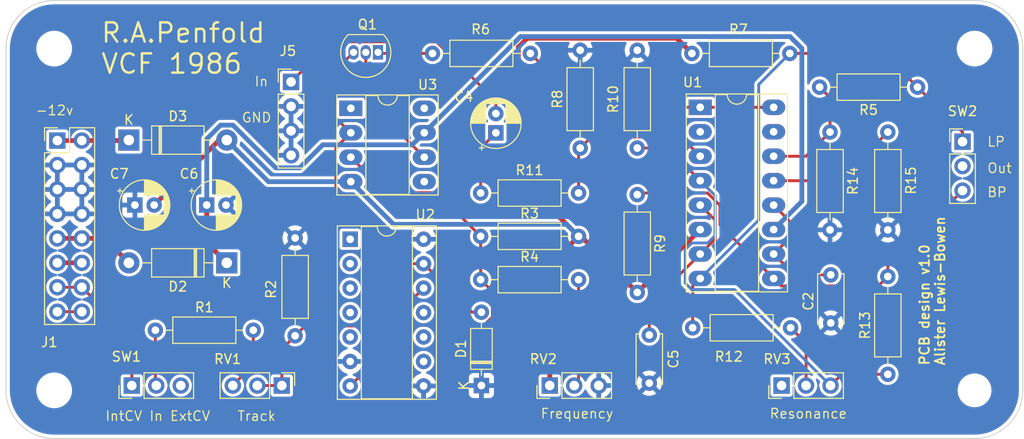
<source format=kicad_pcb>
(kicad_pcb (version 20221018) (generator pcbnew)
  (layers (0 "F.Cu" signal) (31 "B.Cu" signal) (34 "B.Paste" user) (35 "F.Paste" user) (36 "B.SilkS" user "B.Silkscreen") (37 "F.SilkS" user "F.Silkscreen") (38 "B.Mask" user) (39 "F.Mask" user) (44 "Edge.Cuts" user))
  (net 0 "")
  (net 1 "Net-(C2-Pad1)")
  (net 2 "GND")
  (net 3 "Net-(C4-Pad1)")
  (net 4 "5")
  (net 5 "Net-(C5-Pad1)")
  (net 6 "+12V")
  (net 7 "-12V")
  (net 8 "Net-(D1-A)")
  (net 9 "Net-(D2-A)")
  (net 10 "Net-(D3-K)")
  (net 11 "+5V")
  (net 12 "CV Bus")
  (net 13 "Gate Bus")
  (net 14 "2")
  (net 15 "Net-(Q1-B)")
  (net 16 "Net-(SW1-B)")
  (net 17 "Net-(R1-Pad2)")
  (net 18 "Net-(U2E-B5)")
  (net 19 "Net-(U2C-E3)")
  (net 20 "Net-(R4-Pad2)")
  (net 21 "6")
  (net 22 "Net-(U1A-+)")
  (net 23 "3")
  (net 24 "Net-(U1C-+)")
  (net 25 "Net-(SW2-C)")
  (net 26 "Net-(U1C--)")
  (net 27 "Net-(R12-Pad2)")
  (net 28 "Net-(U1A--)")
  (net 30 "Net-(SW1-C)")
  (net 31 "4")
  (footprint "Capacitor_THT:CP_Radial_D5.0mm_P2.00mm" (layer "F.Cu") (at 134.33 88.25 90)
    (fp_text reference "C4" (at 3.75 -3.33 180) (layer "F.SilkS"))
    (fp_text value "2.2uF")
    (pad "1" thru_hole rect (at 0 0 90) (size 1.6 1.6) (drill 0.8) (layers "*.Cu" "*.Mask") (net 3 "Net-(C4-Pad1)"))
    (pad "2" thru_hole circle (at 2 0 90) (size 1.6 1.6) (drill 0.8) (layers "*.Cu" "*.Mask") (net 4 "5"))
  )
  (footprint "Resistor_THT:R_Axial_DIN0207_L6.3mm_D2.5mm_P10.16mm_Horizontal" (layer "F.Cu") (at 132.75 94.5)
    (fp_text reference "R11" (at 5.08 -2.37) (layer "F.SilkS"))
    (fp_text value "15k")
    (pad "1" thru_hole circle (at 0 0) (size 1.6 1.6) (drill 0.8) (layers "*.Cu" "*.Mask") (net 3 "Net-(C4-Pad1)"))
    (pad "2" thru_hole oval (at 10.16 0) (size 1.6 1.6) (drill 0.8) (layers "*.Cu" "*.Mask") (net 24 "Net-(U1C-+)"))
  )
  (footprint "Package_TO_SOT_THT:TO-92_Inline" (layer "F.Cu") (at 122.1 79.89 180)
    (fp_text reference "Q1" (at 1.1 2.89) (layer "F.SilkS"))
    (fp_text value "BC559")
    (pad "1" thru_hole rect (at 0 0 180) (size 1.05 1.5) (drill 0.75) (layers "*.Cu" "*.Mask") (net 14 "2"))
    (pad "2" thru_hole oval (at 1.27 0 180) (size 1.05 1.5) (drill 0.75) (layers "*.Cu" "*.Mask") (net 15 "Net-(Q1-B)"))
    (pad "3" thru_hole oval (at 2.54 0 180) (size 1.05 1.5) (drill 0.75) (layers "*.Cu" "*.Mask") (net 8 "Net-(D1-A)"))
  )
  (footprint "Resistor_THT:R_Axial_DIN0207_L6.3mm_D2.5mm_P10.16mm_Horizontal" (layer "F.Cu") (at 149 79.67 -90)
    (fp_text reference "R10" (at 5.08 2.5 90) (layer "F.SilkS"))
    (fp_text value "1k")
    (pad "1" thru_hole circle (at 0 0 270) (size 1.6 1.6) (drill 0.8) (layers "*.Cu" "*.Mask") (net 2 "GND"))
    (pad "2" thru_hole oval (at 10.16 0 270) (size 1.6 1.6) (drill 0.8) (layers "*.Cu" "*.Mask") (net 26 "Net-(U1C--)"))
  )
  (footprint "Resistor_THT:R_Axial_DIN0207_L6.3mm_D2.5mm_P10.16mm_Horizontal" (layer "F.Cu") (at 113.5 99.17 -90)
    (fp_text reference "R2" (at 5.33 2.5 90) (layer "F.SilkS"))
    (fp_text value "1k")
    (pad "1" thru_hole circle (at 0 0 270) (size 1.6 1.6) (drill 0.8) (layers "*.Cu" "*.Mask") (net 2 "GND"))
    (pad "2" thru_hole oval (at 10.16 0 270) (size 1.6 1.6) (drill 0.8) (layers "*.Cu" "*.Mask") (net 18 "Net-(U2E-B5)"))
  )
  (footprint "Package_DIP:DIP-8_W7.62mm_Socket_LongPads" (layer "F.Cu") (at 119.28 85.7)
    (fp_text reference "U3" (at 7.97 -2.45) (layer "F.SilkS"))
    (fp_text value "LM741")
    (pad "1" thru_hole rect (at 0 0) (size 2.4 1.6) (drill 0.8) (layers "*.Cu" "*.Mask"))
    (pad "2" thru_hole oval (at 0 2.54) (size 2.4 1.6) (drill 0.8) (layers "*.Cu" "*.Mask") (net 8 "Net-(D1-A)"))
    (pad "3" thru_hole oval (at 0 5.08) (size 2.4 1.6) (drill 0.8) (layers "*.Cu" "*.Mask") (net 19 "Net-(U2C-E3)"))
    (pad "4" thru_hole oval (at 0 7.62) (size 2.4 1.6) (drill 0.8) (layers "*.Cu" "*.Mask") (net 7 "-12V"))
    (pad "5" thru_hole oval (at 7.62 7.62) (size 2.4 1.6) (drill 0.8) (layers "*.Cu" "*.Mask"))
    (pad "6" thru_hole oval (at 7.62 5.08) (size 2.4 1.6) (drill 0.8) (layers "*.Cu" "*.Mask") (net 15 "Net-(Q1-B)"))
    (pad "7" thru_hole oval (at 7.62 2.54) (size 2.4 1.6) (drill 0.8) (layers "*.Cu" "*.Mask") (net 6 "+12V"))
    (pad "8" thru_hole oval (at 7.62 0) (size 2.4 1.6) (drill 0.8) (layers "*.Cu" "*.Mask"))
  )
  (footprint "Diode_THT:D_DO-41_SOD81_P10.16mm_Horizontal" (layer "F.Cu") (at 96.25 89)
    (fp_text reference "D3" (at 5.08 -2.47) (layer "F.SilkS"))
    (fp_text value "1N4007")
    (fp_text user "K" (at 0 -2.1) (layer "F.SilkS"))
    (pad "1" thru_hole rect (at 0 0) (size 2.2 2.2) (drill 1.1) (layers "*.Cu" "*.Mask") (net 10 "Net-(D3-K)"))
    (pad "2" thru_hole oval (at 10.16 0) (size 2.2 2.2) (drill 1.1) (layers "*.Cu" "*.Mask") (net 7 "-12V"))
  )
  (footprint "Package_DIP:DIP-16_W7.62mm_Socket_LongPads" (layer "F.Cu") (at 155.53 85.6)
    (fp_text reference "U1" (at -0.78 -2.6) (layer "F.SilkS"))
    (fp_text value "LM13600")
    (pad "1" thru_hole rect (at 0 0) (size 2.4 1.6) (drill 0.8) (layers "*.Cu" "*.Mask") (net 23 "3"))
    (pad "2" thru_hole oval (at 0 2.54) (size 2.4 1.6) (drill 0.8) (layers "*.Cu" "*.Mask"))
    (pad "3" thru_hole oval (at 0 5.08) (size 2.4 1.6) (drill 0.8) (layers "*.Cu" "*.Mask") (net 24 "Net-(U1C-+)"))
    (pad "4" thru_hole oval (at 0 7.62) (size 2.4 1.6) (drill 0.8) (layers "*.Cu" "*.Mask") (net 26 "Net-(U1C--)"))
    (pad "5" thru_hole oval (at 0 10.16) (size 2.4 1.6) (drill 0.8) (layers "*.Cu" "*.Mask") (net 5 "Net-(C5-Pad1)"))
    (pad "6" thru_hole oval (at 0 12.7) (size 2.4 1.6) (drill 0.8) (layers "*.Cu" "*.Mask") (net 7 "-12V"))
    (pad "7" thru_hole oval (at 0 15.24) (size 2.4 1.6) (drill 0.8) (layers "*.Cu" "*.Mask") (net 5 "Net-(C5-Pad1)"))
    (pad "8" thru_hole oval (at 0 17.78) (size 2.4 1.6) (drill 0.8) (layers "*.Cu" "*.Mask") (net 21 "6"))
    (pad "9" thru_hole oval (at 7.62 17.78) (size 2.4 1.6) (drill 0.8) (layers "*.Cu" "*.Mask") (net 25 "Net-(SW2-C)"))
    (pad "10" thru_hole oval (at 7.62 15.24) (size 2.4 1.6) (drill 0.8) (layers "*.Cu" "*.Mask") (net 1 "Net-(C2-Pad1)"))
    (pad "11" thru_hole oval (at 7.62 12.7) (size 2.4 1.6) (drill 0.8) (layers "*.Cu" "*.Mask") (net 6 "+12V"))
    (pad "12" thru_hole oval (at 7.62 10.16) (size 2.4 1.6) (drill 0.8) (layers "*.Cu" "*.Mask") (net 1 "Net-(C2-Pad1)"))
    (pad "13" thru_hole oval (at 7.62 7.62) (size 2.4 1.6) (drill 0.8) (layers "*.Cu" "*.Mask") (net 28 "Net-(U1A--)"))
    (pad "14" thru_hole oval (at 7.62 5.08) (size 2.4 1.6) (drill 0.8) (layers "*.Cu" "*.Mask") (net 22 "Net-(U1A-+)"))
    (pad "15" thru_hole oval (at 7.62 2.54) (size 2.4 1.6) (drill 0.8) (layers "*.Cu" "*.Mask"))
    (pad "16" thru_hole oval (at 7.62 0) (size 2.4 1.6) (drill 0.8) (layers "*.Cu" "*.Mask") (net 23 "3"))
  )
  (footprint "Resistor_THT:R_Axial_DIN0207_L6.3mm_D2.5mm_P10.16mm_Horizontal" (layer "F.Cu") (at 169 88.17 -90)
    (fp_text reference "R14" (at 5.08 -2.37 90) (layer "F.SilkS"))
    (fp_text value "1k")
    (pad "1" thru_hole circle (at 0 0 270) (size 1.6 1.6) (drill 0.8) (layers "*.Cu" "*.Mask") (net 22 "Net-(U1A-+)"))
    (pad "2" thru_hole oval (at 10.16 0 270) (size 1.6 1.6) (drill 0.8) (layers "*.Cu" "*.Mask") (net 2 "GND"))
  )
  (footprint "Connector_PinHeader_2.54mm:PinHeader_1x03_P2.54mm_Vertical" (layer "F.Cu") (at 96.555 114.5 90)
    (fp_text reference "SW1" (at 3 -0.555 180) (layer "F.SilkS"))
    (fp_text value "SW_SPDT")
    (pad "1" thru_hole rect (at 0 0 90) (size 1.7 1.7) (drill 1) (layers "*.Cu" "*.Mask") (net 12 "CV Bus"))
    (pad "2" thru_hole oval (at 0 2.54 90) (size 1.7 1.7) (drill 1) (layers "*.Cu" "*.Mask") (net 16 "Net-(SW1-B)"))
    (pad "3" thru_hole oval (at 0 5.08 90) (size 1.7 1.7) (drill 1) (layers "*.Cu" "*.Mask") (net 30 "Net-(SW1-C)"))
  )
  (footprint "Capacitor_THT:CP_Radial_D5.0mm_P2.00mm" (layer "F.Cu") (at 104.33 95.75)
    (fp_text reference "C6" (at -1.83 -3.25) (layer "F.SilkS"))
    (fp_text value "10uF")
    (pad "1" thru_hole rect (at 0 0) (size 1.6 1.6) (drill 0.8) (layers "*.Cu" "*.Mask") (net 6 "+12V"))
    (pad "2" thru_hole circle (at 2 0) (size 1.6 1.6) (drill 0.8) (layers "*.Cu" "*.Mask") (net 2 "GND"))
  )
  (footprint "MountingHole:MountingHole_3.2mm_M3" (layer "F.Cu") (at 88.5 115)
    (fp_text reference "H4" hide)
    (fp_text value "MountingHole")
    (pad "" np_thru_hole circle (at 0 0) (size 3.2 3.2) (drill 3.2) (layers "*.Cu" "*.Mask"))
  )
  (footprint "Connector_PinHeader_2.54mm:PinHeader_1x03_P2.54mm_Vertical" (layer "F.Cu") (at 163.975 114.5 90)
    (fp_text reference "RV3" (at 2.75 -0.475 180) (layer "F.SilkS"))
    (fp_text value "470k")
    (pad "1" thru_hole rect (at 0 0 90) (size 1.7 1.7) (drill 1) (layers "*.Cu" "*.Mask"))
    (pad "2" thru_hole oval (at 0 2.54 90) (size 1.7 1.7) (drill 1) (layers "*.Cu" "*.Mask") (net 27 "Net-(R12-Pad2)"))
    (pad "3" thru_hole oval (at 0 5.08 90) (size 1.7 1.7) (drill 1) (layers "*.Cu" "*.Mask") (net 26 "Net-(U1C--)"))
  )
  (footprint "Diode_THT:D_DO-41_SOD81_P10.16mm_Horizontal" (layer "F.Cu") (at 106.41 101.75 180)
    (fp_text reference "D2" (at 5.08 -2.47) (layer "F.SilkS"))
    (fp_text value "1N4007")
    (fp_text user "K" (at 0 -2.1) (layer "F.SilkS"))
    (pad "1" thru_hole rect (at 0 0 180) (size 2.2 2.2) (drill 1.1) (layers "*.Cu" "*.Mask") (net 6 "+12V"))
    (pad "2" thru_hole oval (at 10.16 0 180) (size 2.2 2.2) (drill 1.1) (layers "*.Cu" "*.Mask") (net 9 "Net-(D2-A)"))
  )
  (footprint "Capacitor_THT:CP_Radial_D5.0mm_P2.00mm" (layer "F.Cu") (at 96.874888 95.75)
    (fp_text reference "C7" (at -1.624888 -3.25) (layer "F.SilkS"))
    (fp_text value "10uF")
    (pad "1" thru_hole rect (at 0 0) (size 1.6 1.6) (drill 0.8) (layers "*.Cu" "*.Mask") (net 2 "GND"))
    (pad "2" thru_hole circle (at 2 0) (size 1.6 1.6) (drill 0.8) (layers "*.Cu" "*.Mask") (net 7 "-12V"))
  )
  (footprint "Resistor_THT:R_Axial_DIN0207_L6.3mm_D2.5mm_P10.16mm_Horizontal" (layer "F.Cu") (at 132.75 103.5)
    (fp_text reference "R4" (at 5.08 -2.37) (layer "F.SilkS"))
    (fp_text value "330k")
    (pad "1" thru_hole circle (at 0 0) (size 1.6 1.6) (drill 0.8) (layers "*.Cu" "*.Mask") (net 19 "Net-(U2C-E3)"))
    (pad "2" thru_hole oval (at 10.16 0) (size 1.6 1.6) (drill 0.8) (layers "*.Cu" "*.Mask") (net 20 "Net-(R4-Pad2)"))
  )
  (footprint "MountingHole:MountingHole_3.2mm_M3" (layer "F.Cu") (at 184 79.5)
    (fp_text reference "H2" hide)
    (fp_text value "MountingHole")
    (pad "" np_thru_hole circle (at 0 0) (size 3.2 3.2) (drill 3.2) (layers "*.Cu" "*.Mask"))
  )
  (footprint "Connector_PinHeader_2.54mm:PinHeader_1x03_P2.54mm_Vertical" (layer "F.Cu") (at 112.12 114.5 -90)
    (fp_text reference "RV1" (at -2.75 5.62 -180) (layer "F.SilkS"))
    (fp_text value "22k")
    (pad "1" thru_hole rect (at 0 0 270) (size 1.7 1.7) (drill 1) (layers "*.Cu" "*.Mask") (net 18 "Net-(U2E-B5)"))
    (pad "2" thru_hole oval (at 0 2.54 270) (size 1.7 1.7) (drill 1) (layers "*.Cu" "*.Mask") (net 18 "Net-(U2E-B5)"))
    (pad "3" thru_hole oval (at 0 5.08 270) (size 1.7 1.7) (drill 1) (layers "*.Cu" "*.Mask") (net 17 "Net-(R1-Pad2)"))
  )
  (footprint "Resistor_THT:R_Axial_DIN0207_L6.3mm_D2.5mm_P10.16mm_Horizontal" (layer "F.Cu") (at 175 98.33 90)
    (fp_text reference "R15" (at 5.13 2.4 90) (layer "F.SilkS"))
    (fp_text value "1k")
    (pad "1" thru_hole circle (at 0 0 90) (size 1.6 1.6) (drill 0.8) (layers "*.Cu" "*.Mask") (net 2 "GND"))
    (pad "2" thru_hole oval (at 10.16 0 90) (size 1.6 1.6) (drill 0.8) (layers "*.Cu" "*.Mask") (net 28 "Net-(U1A--)"))
  )
  (footprint "Resistor_THT:R_Axial_DIN0207_L6.3mm_D2.5mm_P10.16mm_Horizontal" (layer "F.Cu") (at 149 94.67 -90)
    (fp_text reference "R9" (at 5.08 -2.37 90) (layer "F.SilkS"))
    (fp_text value "4.7k")
    (pad "1" thru_hole circle (at 0 0 270) (size 1.6 1.6) (drill 0.8) (layers "*.Cu" "*.Mask") (net 25 "Net-(SW2-C)"))
    (pad "2" thru_hole oval (at 10.16 0 270) (size 1.6 1.6) (drill 0.8) (layers "*.Cu" "*.Mask") (net 7 "-12V"))
  )
  (footprint "Resistor_THT:R_Axial_DIN0207_L6.3mm_D2.5mm_P10.16mm_Horizontal" (layer "F.Cu") (at 164.83 80 180)
    (fp_text reference "R7" (at 5.33 2.5) (layer "F.SilkS"))
    (fp_text value "4.7k")
    (pad "1" thru_hole circle (at 0 0 180) (size 1.6 1.6) (drill 0.8) (layers "*.Cu" "*.Mask") (net 21 "6"))
    (pad "2" thru_hole oval (at 10.16 0 180) (size 1.6 1.6) (drill 0.8) (layers "*.Cu" "*.Mask") (net 7 "-12V"))
  )
  (footprint "Capacitor_THT:C_Disc_D5.0mm_W2.5mm_P5.00mm" (layer "F.Cu") (at 169.08 103 -90)
    (fp_text reference "C2" (at 2.75 2.33 90) (layer "F.SilkS"))
    (fp_text value "390pF")
    (pad "1" thru_hole circle (at 0 0 270) (size 1.6 1.6) (drill 0.8) (layers "*.Cu" "*.Mask") (net 1 "Net-(C2-Pad1)"))
    (pad "2" thru_hole circle (at 5 0 270) (size 1.6 1.6) (drill 0.8) (layers "*.Cu" "*.Mask") (net 2 "GND"))
  )
  (footprint "Resistor_THT:R_Axial_DIN0207_L6.3mm_D2.5mm_P10.16mm_Horizontal" (layer "F.Cu") (at 175 113.33 90)
    (fp_text reference "R13" (at 5.08 -2.37 90) (layer "F.SilkS"))
    (fp_text value "18k")
    (pad "1" thru_hole circle (at 0 0 90) (size 1.6 1.6) (drill 0.8) (layers "*.Cu" "*.Mask") (net 26 "Net-(U1C--)"))
    (pad "2" thru_hole oval (at 10.16 0 90) (size 1.6 1.6) (drill 0.8) (layers "*.Cu" "*.Mask") (net 25 "Net-(SW2-C)"))
  )
  (footprint "Connector_PinHeader_2.54mm:PinHeader_2x08_P2.54mm_Vertical" (layer "F.Cu") (at 88.83 89.05)
    (fp_text reference "J1" (at -0.83 20.95) (layer "F.SilkS"))
    (fp_text value "Eurorack style bus")
    (pad "1" thru_hole rect (at 0 0) (size 1.7 1.7) (drill 1) (layers "*.Cu" "*.Mask") (net 10 "Net-(D3-K)"))
    (pad "2" thru_hole oval (at 2.54 0) (size 1.7 1.7) (drill 1) (layers "*.Cu" "*.Mask") (net 10 "Net-(D3-K)"))
    (pad "3" thru_hole oval (at 0 2.54) (size 1.7 1.7) (drill 1) (layers "*.Cu" "*.Mask") (net 2 "GND"))
    (pad "4" thru_hole oval locked (at 2.54 2.54) (size 1.7 1.7) (drill 1) (layers "*.Cu" "*.Mask") (net 2 "GND"))
    (pad "5" thru_hole oval (at 0 5.08) (size 1.7 1.7) (drill 1) (layers "*.Cu" "*.Mask") (net 2 "GND"))
    (pad "6" thru_hole oval (at 2.54 5.08) (size 1.7 1.7) (drill 1) (layers "*.Cu" "*.Mask") (net 2 "GND"))
    (pad "7" thru_hole oval (at 0 7.62) (size 1.7 1.7) (drill 1) (layers "*.Cu" "*.Mask") (net 2 "GND"))
    (pad "8" thru_hole oval (at 2.54 7.62) (size 1.7 1.7) (drill 1) (layers "*.Cu" "*.Mask") (net 2 "GND"))
    (pad "9" thru_hole oval (at 0 10.16) (size 1.7 1.7) (drill 1) (layers "*.Cu" "*.Mask") (net 9 "Net-(D2-A)"))
    (pad "10" thru_hole oval (at 2.54 10.16) (size 1.7 1.7) (drill 1) (layers "*.Cu" "*.Mask") (net 9 "Net-(D2-A)"))
    (pad "11" thru_hole oval (at 0 12.7) (size 1.7 1.7) (drill 1) (layers "*.Cu" "*.Mask") (net 11 "+5V"))
    (pad "12" thru_hole oval (at 2.54 12.7) (size 1.7 1.7) (drill 1) (layers "*.Cu" "*.Mask") (net 11 "+5V"))
    (pad "13" thru_hole oval (at 0 15.24) (size 1.7 1.7) (drill 1) (layers "*.Cu" "*.Mask") (net 12 "CV Bus"))
    (pad "14" thru_hole oval (at 2.54 15.24) (size 1.7 1.7) (drill 1) (layers "*.Cu" "*.Mask") (net 12 "CV Bus"))
    (pad "15" thru_hole oval (at 0 17.78) (size 1.7 1.7) (drill 1) (layers "*.Cu" "*.Mask") (net 13 "Gate Bus"))
    (pad "16" thru_hole oval (at 2.54 17.78) (size 1.7 1.7) (drill 1) (layers "*.Cu" "*.Mask") (net 13 "Gate Bus"))
  )
  (footprint "Resistor_THT:R_Axial_DIN0207_L6.3mm_D2.5mm_P10.16mm_Horizontal" (layer "F.Cu") (at 99 108.75)
    (fp_text reference "R1" (at 5.08 -2.37) (layer "F.SilkS"))
    (fp_text value "47k")
    (pad "1" thru_hole circle (at 0 0) (size 1.6 1.6) (drill 0.8) (layers "*.Cu" "*.Mask") (net 16 "Net-(SW1-B)"))
    (pad "2" thru_hole oval (at 10.16 0) (size 1.6 1.6) (drill 0.8) (layers "*.Cu" "*.Mask") (net 17 "Net-(R1-Pad2)"))
  )
  (footprint "Connector_PinHeader_2.54mm:PinHeader_1x03_P2.54mm_Vertical" (layer "F.Cu") (at 139.92 114.5 90)
    (fp_text reference "RV2" (at 2.75 -0.67 180) (layer "F.SilkS"))
    (fp_text value "47k")
    (pad "1" thru_hole rect (at 0 0 90) (size 1.7 1.7) (drill 1) (layers "*.Cu" "*.Mask") (net 7 "-12V"))
    (pad "2" thru_hole oval (at 0 2.54 90) (size 1.7 1.7) (drill 1) (layers "*.Cu" "*.Mask") (net 20 "Net-(R4-Pad2)"))
    (pad "3" thru_hole oval (at 0 5.08 90) (size 1.7 1.7) (drill 1) (layers "*.Cu" "*.Mask") (net 2 "GND"))
  )
  (footprint "Resistor_THT:R_Axial_DIN0207_L6.3mm_D2.5mm_P10.16mm_Horizontal" (layer "F.Cu") (at 132.75 99)
    (fp_text reference "R3" (at 5.08 -2.37) (layer "F.SilkS"))
    (fp_text value "10M")
    (pad "1" thru_hole circle (at 0 0) (size 1.6 1.6) (drill 0.8) (layers "*.Cu" "*.Mask") (net 19 "Net-(U2C-E3)"))
    (pad "2" thru_hole oval (at 10.16 0) (size 1.6 1.6) (drill 0.8) (layers "*.Cu" "*.Mask") (net 7 "-12V"))
  )
  (footprint "MountingHole:MountingHole_3.2mm_M3" (layer "F.Cu") (at 88.5 79.5)
    (fp_text reference "H1" hide)
    (fp_text value "MountingHole")
    (pad "" np_thru_hole circle (at 0 0) (size 3.2 3.2) (drill 3.2) (layers "*.Cu" "*.Mask"))
  )
  (footprint "MountingHole:MountingHole_3mm" (layer "F.Cu") (at 184 115)
    (fp_text reference "H3" hide)
    (fp_text value "MountingHole")
    (pad "" np_thru_hole circle (at 0 0) (size 3 3) (drill 3) (layers "*.Cu" "*.Mask"))
  )
  (footprint "Resistor_THT:R_Axial_DIN0207_L6.3mm_D2.5mm_P10.16mm_Horizontal" (layer "F.Cu") (at 178.08 83.5 180)
    (fp_text reference "R5" (at 5.08 -2.37) (layer "F.SilkS"))
    (fp_text value "10k")
    (pad "1" thru_hole circle (at 0 0 180) (size 1.6 1.6) (drill 0.8) (layers "*.Cu" "*.Mask") (net 21 "6"))
    (pad "2" thru_hole oval (at 10.16 0 180) (size 1.6 1.6) (drill 0.8) (layers "*.Cu" "*.Mask") (net 22 "Net-(U1A-+)"))
  )
  (footprint "Resistor_THT:R_Axial_DIN0207_L6.3mm_D2.5mm_P10.16mm_Horizontal" (layer "F.Cu") (at 143.08 89.83 90)
    (fp_text reference "R8" (at 5.08 -2.37 90) (layer "F.SilkS"))
    (fp_text value "1k")
    (pad "1" thru_hole circle (at 0 0 90) (size 1.6 1.6) (drill 0.8) (layers "*.Cu" "*.Mask") (net 24 "Net-(U1C-+)"))
    (pad "2" thru_hole oval (at 10.16 0 90) (size 1.6 1.6) (drill 0.8) (layers "*.Cu" "*.Mask") (net 2 "GND"))
  )
  (footprint "Resistor_THT:R_Axial_DIN0207_L6.3mm_D2.5mm_P10.16mm_Horizontal" (layer "F.Cu") (at 154.75 108.5)
    (fp_text reference "R12" (at 3.75 3) (layer "F.SilkS"))
    (fp_text value "18k")
    (pad "1" thru_hole circle (at 0 0) (size 1.6 1.6) (drill 0.8) (layers "*.Cu" "*.Mask") (net 21 "6"))
    (pad "2" thru_hole oval (at 10.16 0) (size 1.6 1.6) (drill 0.8) (layers "*.Cu" "*.Mask") (net 27 "Net-(R12-Pad2)"))
  )
  (footprint "Resistor_THT:R_Axial_DIN0207_L6.3mm_D2.5mm_P10.16mm_Horizontal" (layer "F.Cu") (at 137.91 80 180)
    (fp_text reference "R6" (at 5.16 2.5) (layer "F.SilkS"))
    (fp_text value "10k")
    (pad "1" thru_hole circle (at 0 0 180) (size 1.6 1.6) (drill 0.8) (layers "*.Cu" "*.Mask") (net 23 "3"))
    (pad "2" thru_hole oval (at 10.16 0 180) (size 1.6 1.6) (drill 0.8) (layers "*.Cu" "*.Mask") (net 14 "2"))
  )
  (footprint "Connector_PinHeader_2.54mm:PinHeader_1x04_P2.54mm_Vertical" (layer "F.Cu") (at 113.08 82.96)
    (fp_text reference "J5" (at -0.33 -3.21) (layer "F.SilkS"))
    (fp_text value "GND")
    (pad "1" thru_hole rect (at 0 0) (size 1.7 1.7) (drill 1) (layers "*.Cu" "*.Mask") (net 4 "5"))
    (pad "2" thru_hole oval (at 0 2.54) (size 1.7 1.7) (drill 1) (layers "*.Cu" "*.Mask") (net 2 "GND"))
    (pad "3" thru_hole oval (at 0 5.08) (size 1.7 1.7) (drill 1) (layers "*.Cu" "*.Mask") (net 2 "GND"))
    (pad "4" thru_hole oval (at 0 7.62) (size 1.7 1.7) (drill 1) (layers "*.Cu" "*.Mask") (net 2 "GND"))
  )
  (footprint "Capacitor_THT:C_Disc_D5.0mm_W2.5mm_P5.00mm" (layer "F.Cu") (at 150.25 109.25 -90)
    (fp_text reference "C5" (at 2.5 -2.5 90) (layer "F.SilkS"))
    (fp_text value "390pF")
    (pad "1" thru_hole circle (at 0 0 270) (size 1.6 1.6) (drill 0.8) (layers "*.Cu" "*.Mask") (net 5 "Net-(C5-Pad1)"))
    (pad "2" thru_hole circle (at 5 0 270) (size 1.6 1.6) (drill 0.8) (layers "*.Cu" "*.Mask") (net 2 "GND"))
  )
  (footprint "Package_DIP:DIP-14_W7.62mm_Socket" (layer "F.Cu") (at 119.21 99.3)
    (fp_text reference "U2" (at 7.79 -2.55) (layer "F.SilkS"))
    (fp_text value "CA3046")
    (pad "1" thru_hole rect (at 0 0) (size 1.6 1.6) (drill 0.8) (layers "*.Cu" "*.Mask"))
    (pad "2" thru_hole oval (at 0 2.54) (size 1.6 1.6) (drill 0.8) (layers "*.Cu" "*.Mask"))
    (pad "3" thru_hole oval (at 0 5.08) (size 1.6 1.6) (drill 0.8) (layers "*.Cu" "*.Mask"))
    (pad "4" thru_hole oval (at 0 7.62) (size 1.6 1.6) (drill 0.8) (layers "*.Cu" "*.Mask"))
    (pad "5" thru_hole oval (at 0 10.16) (size 1.6 1.6) (drill 0.8) (layers "*.Cu" "*.Mask"))
    (pad "6" thru_hole oval (at 0 12.7) (size 1.6 1.6) (drill 0.8) (layers "*.Cu" "*.Mask") (net 2 "GND"))
    (pad "7" thru_hole oval (at 0 15.24) (size 1.6 1.6) (drill 0.8) (layers "*.Cu" "*.Mask") (net 19 "Net-(U2C-E3)"))
    (pad "8" thru_hole oval (at 7.62 15.24) (size 1.6 1.6) (drill 0.8) (layers "*.Cu" "*.Mask") (net 2 "GND"))
    (pad "9" thru_hole oval (at 7.62 12.7) (size 1.6 1.6) (drill 0.8) (layers "*.Cu" "*.Mask"))
    (pad "10" thru_hole oval (at 7.62 10.16) (size 1.6 1.6) (drill 0.8) (layers "*.Cu" "*.Mask"))
    (pad "11" thru_hole oval (at 7.62 7.62) (size 1.6 1.6) (drill 0.8) (layers "*.Cu" "*.Mask"))
    (pad "12" thru_hole oval (at 7.62 5.08) (size 1.6 1.6) (drill 0.8) (layers "*.Cu" "*.Mask") (net 18 "Net-(U2E-B5)"))
    (pad "13" thru_hole oval (at 7.62 2.54) (size 1.6 1.6) (drill 0.8) (layers "*.Cu" "*.Mask") (net 8 "Net-(D1-A)"))
    (pad "14" thru_hole oval (at 7.62 0) (size 1.6 1.6) (drill 0.8) (layers "*.Cu" "*.Mask") (net 2 "GND"))
  )
  (footprint "Connector_PinHeader_2.54mm:PinHeader_1x03_P2.54mm_Vertical" (layer "F.Cu") (at 182.75 89.17)
    (fp_text reference "SW2" (at 0 -3.17) (layer "F.SilkS"))
    (fp_text value "SW_SPDT")
    (pad "1" thru_hole rect (at 0 0) (size 1.7 1.7) (drill 1) (layers "*.Cu" "*.Mask") (net 21 "6"))
    (pad "2" thru_hole oval (at 0 2.54) (size 1.7 1.7) (drill 1) (layers "*.Cu" "*.Mask") (net 31 "4"))
    (pad "3" thru_hole oval (at 0 5.08) (size 1.7 1.7) (drill 1) (layers "*.Cu" "*.Mask") (net 25 "Net-(SW2-C)"))
  )
  (footprint "Diode_THT:D_DO-35_SOD27_P7.62mm_Horizontal" (layer "F.Cu") (at 132.83 114.5 90)
    (fp_text reference "D1" (at 3.81 -2.12 90) (layer "F.SilkS"))
    (fp_text value "1N4148")
    (fp_text user "K" (at 0 -1.8 90) (layer "F.SilkS"))
    (pad "1" thru_hole rect (at 0 0 90) (size 1.6 1.6) (drill 0.8) (layers "*.Cu" "*.Mask") (net 2 "GND"))
    (pad "2" thru_hole oval (at 7.62 0 90) (size 1.6 1.6) (drill 0.8) (layers "*.Cu" "*.Mask") (net 8 "Net-(D1-A)"))
  )
  (gr_line (start 83.5 115) (end 83.5 79.5) (stroke (width 0.1)) (layer "Edge.Cuts"))
  (gr_arc (start 83.5 79.5) (mid 84.964466 75.964466) (end 88.5 74.5) (stroke (width 0.1)) (layer "Edge.Cuts"))
  (gr_line (start 88.5 120) (end 184 120) (stroke (width 0.1)) (layer "Edge.Cuts"))
  (gr_line (start 189 79.5) (end 189 115) (stroke (width 0.1)) (layer "Edge.Cuts"))
  (gr_arc (start 88.5 120) (mid 84.964466 118.535534) (end 83.5 115) (stroke (width 0.1)) (layer "Edge.Cuts"))
  (gr_line (start 88.5 74.5) (end 184 74.5) (stroke (width 0.1)) (layer "Edge.Cuts"))
  (gr_arc (start 189 115) (mid 187.535534 118.535534) (end 184 120) (stroke (width 0.1)) (layer "Edge.Cuts"))
  (gr_arc (start 184 74.5) (mid 187.535534 75.964466) (end 189 79.5) (stroke (width 0.1)) (layer "Edge.Cuts"))
  (gr_text "Out" (at 185.25 92.5) (layer "F.SilkS") (effects (font (size 1 1) (thickness 0.125)) (justify left bottom)))
  (gr_text "BP" (at 185.25 95) (layer "F.SilkS") (effects (font (size 1 1) (thickness 0.125)) (justify left bottom)))
  (gr_text "R.A.Penfold \nVCF 1986" (at 93.25 82.25) (layer "F.SilkS") (effects (font (size 2 2) (thickness 0.25)) (justify left bottom)))
  (gr_text "IntCV In ExtCV" (at 99.25 118.25) (layer "F.SilkS") (effects (font (size 1 1) (thickness 0.125)) (justify bottom)))
  (gr_text "-12v" (at 86.5 86.5) (layer "F.SilkS") (effects (font (size 1 1) (thickness 0.125)) (justify left bottom)))
  (gr_text "Track" (at 109.5 118.25) (layer "F.SilkS") (effects (font (size 1 1) (thickness 0.125)) (justify bottom)))
  (gr_text "PCB design v1.0\nAlister Lewis-Bowen" (at 181 112.5 90) (layer "F.SilkS") (effects (font (size 1 1) (thickness 0.1875)) (justify left bottom)))
  (gr_text "Frequency" (at 142.75 118) (layer "F.SilkS") (effects (font (size 1 1) (thickness 0.125)) (justify bottom)))
  (gr_text "GND" (at 109.5 87.25) (layer "F.SilkS") (effects (font (size 1 1) (thickness 0.125)) (justify bottom)))
  (gr_text "In" (at 110 83.5) (layer "F.SilkS") (effects (font (size 1 1) (thickness 0.125)) (justify bottom)))
  (gr_text "LP" (at 185.25 89.75) (layer "F.SilkS") (effects (font (size 1 1) (thickness 0.125)) (justify left bottom)))
  (gr_text "Resonance" (at 166.75 118) (layer "F.SilkS") (effects (font (size 1 1) (thickness 0.125)) (justify bottom)))
  (segment (start 164.7 97.31) (end 163.15 95.76) (width 0.3) (layer "F.Cu") (net 1))
  (segment (start 165.31 103) (end 163.15 100.84) (width 0.3) (layer "F.Cu") (net 1))
  (segment (start 164.7 99.29) (end 164.7 97.31) (width 0.3) (layer "F.Cu") (net 1))
  (segment (start 169.08 103) (end 165.31 103) (width 0.3) (layer "F.Cu") (net 1))
  (segment (start 163.15 100.84) (end 164.7 99.29) (width 0.3) (layer "F.Cu") (net 1))
  (segment (start 132.75 94.5) (end 132.75 89.83) (width 0.3) (layer "F.Cu") (net 3))
  (segment (start 132.75 89.83) (end 134.33 88.25) (width 0.3) (layer "F.Cu") (net 3))
  (segment (start 134.33 84.953654) (end 128.166346 78.79) (width 0.3) (layer "F.Cu") (net 4))
  (segment (start 117.25 78.79) (end 113.08 82.96) (width 0.3) (layer "F.Cu") (net 4))
  (segment (start 134.33 86.25) (end 134.33 84.953654) (width 0.3) (layer "F.Cu") (net 4))
  (segment (start 128.166346 78.79) (end 117.25 78.79) (width 0.3) (layer "F.Cu") (net 4))
  (segment (start 157.08 99.29) (end 157.08 97.31) (width 0.3) (layer "F.Cu") (net 5))
  (segment (start 155.53 100.84) (end 157.08 99.29) (width 0.3) (layer "F.Cu") (net 5))
  (segment (start 157.08 97.31) (end 155.53 95.76) (width 0.3) (layer "F.Cu") (net 5))
  (segment (start 150.25 106.12) (end 155.53 100.84) (width 0.3) (layer "F.Cu") (net 5))
  (segment (start 150.25 109.25) (end 150.25 106.12) (width 0.3) (layer "F.Cu") (net 5))
  (segment (start 104.33 95.75) (end 104.33 99.67) (width 0.5) (layer "F.Cu") (net 6))
  (segment (start 104.33 99.67) (end 106.41 101.75) (width 0.5) (layer "F.Cu") (net 6))
  (segment (start 104.33 88.887968) (end 104.33 95.75) (width 0.5) (layer "B.Cu") (net 6))
  (segment (start 113.978478 91.88) (end 111.482032 91.88) (width 0.5) (layer "B.Cu") (net 6))
  (segment (start 166.08 79.482233) (end 164.847767 78.25) (width 0.5) (layer "B.Cu") (net 6))
  (segment (start 105.767968 87.45) (end 104.33 88.887968) (width 0.5) (layer "B.Cu") (net 6))
  (segment (start 116.368478 89.49) (end 113.978478 91.88) (width 0.5) (layer "B.Cu") (net 6))
  (segment (start 111.482032 91.88) (end 107.052032 87.45) (width 0.5) (layer "B.Cu") (net 6))
  (segment (start 126.9 88.24) (end 125.65 89.49) (width 0.5) (layer "B.Cu") (net 6))
  (segment (start 164.847767 78.25) (end 136.89 78.25) (width 0.5) (layer "B.Cu") (net 6))
  (segment (start 125.65 89.49) (end 116.368478 89.49) (width 0.5) (layer "B.Cu") (net 6))
  (segment (start 163.15 98.3) (end 166.08 95.37) (width 0.5) (layer "B.Cu") (net 6))
  (segment (start 166.08 95.37) (end 166.08 79.482233) (width 0.5) (layer "B.Cu") (net 6))
  (segment (start 136.89 78.25) (end 126.9 88.24) (width 0.5) (layer "B.Cu") (net 6))
  (segment (start 107.052032 87.45) (end 105.767968 87.45) (width 0.5) (layer "B.Cu") (net 6))
  (segment (start 153.09 78.42) (end 154.67 80) (width 0.5) (layer "F.Cu") (net 7))
  (segment (start 142.91 99) (end 136.66 92.75) (width 0.5) (layer "F.Cu") (net 7))
  (segment (start 143.17 99) (end 142.91 99) (width 0.5) (layer "F.Cu") (net 7))
  (segment (start 155.53 98.3) (end 149 104.83) (width 0.5) (layer "F.Cu") (net 7))
  (segment (start 136.66 79.34) (end 137.58 78.42) (width 0.5) (layer "F.Cu") (net 7))
  (segment (start 139.92 101.99) (end 139.92 114.5) (width 0.5) (layer "F.Cu") (net 7))
  (segment (start 136.66 92.75) (end 136.66 79.34) (width 0.5) (layer "F.Cu") (net 7))
  (segment (start 105.624888 89) (end 98.874888 95.75) (width 0.5) (layer "F.Cu") (net 7))
  (segment (start 106.41 89) (end 105.624888 89) (width 0.5) (layer "F.Cu") (net 7))
  (segment (start 137.58 78.42) (end 153.09 78.42) (width 0.5) (layer "F.Cu") (net 7))
  (segment (start 142.91 99) (end 139.92 101.99) (width 0.5) (layer "F.Cu") (net 7))
  (segment (start 149 104.83) (end 143.17 99) (width 0.5) (layer "F.Cu") (net 7))
  (segment (start 123.71 97.75) (end 141.66 97.75) (width 0.5) (layer "B.Cu") (net 7))
  (segment (start 110.73 93.32) (end 106.41 89) (width 0.5) (layer "B.Cu") (net 7))
  (segment (start 141.66 97.75) (end 142.91 99) (width 0.5) (layer "B.Cu") (net 7))
  (segment (start 119.28 93.32) (end 123.71 97.75) (width 0.5) (layer "B.Cu") (net 7))
  (segment (start 119.28 93.32) (end 110.73 93.32) (width 0.5) (layer "B.Cu") (net 7))
  (segment (start 126.83 101.84) (end 131.87 106.88) (width 0.3) (layer "F.Cu") (net 8))
  (segment (start 125.69863 101.84) (end 117.73 93.87137) (width 0.3) (layer "F.Cu") (net 8))
  (segment (start 117.73 86.73) (end 117.73 81.72) (width 0.3) (layer "F.Cu") (net 8))
  (segment (start 119.24 88.24) (end 117.73 86.73) (width 0.3) (layer "F.Cu") (net 8))
  (segment (start 117.73 89.79) (end 119.28 88.24) (width 0.3) (layer "F.Cu") (net 8))
  (segment (start 118.74 88.24) (end 119.28 88.24) (width 0.5) (layer "F.Cu") (net 8))
  (segment (start 119.28 88.24) (end 119.24 88.24) (width 0.3) (layer "F.Cu") (net 8))
  (segment (start 131.87 106.88) (end 132.83 106.88) (width 0.3) (layer "F.Cu") (net 8))
  (segment (start 117.73 93.87137) (end 117.73 89.79) (width 0.3) (layer "F.Cu") (net 8))
  (segment (start 126.83 101.84) (end 125.69863 101.84) (width 0.3) (layer "F.Cu") (net 8))
  (segment (start 117.73 81.72) (end 119.56 79.89) (width 0.3) (layer "F.Cu") (net 8))
  (segment (start 93.71 99.21) (end 96.25 101.75) (width 0.5) (layer "F.Cu") (net 9))
  (segment (start 91.37 99.21) (end 93.71 99.21) (width 0.5) (layer "F.Cu") (net 9))
  (segment (start 88.83 99.21) (end 91.37 99.21) (width 0.5) (layer "F.Cu") (net 9))
  (segment (start 91.37 89.05) (end 96.2 89.05) (width 0.5) (layer "F.Cu") (net 10))
  (segment (start 88.83 89.05) (end 91.37 89.05) (width 0.5) (layer "F.Cu") (net 10))
  (segment (start 96.2 89.05) (end 96.25 89) (width 0.5) (layer "F.Cu") (net 10))
  (segment (start 88.83 101.75) (end 91.37 101.75) (width 0.5) (layer "F.Cu") (net 11))
  (segment (start 96.555 114.5) (end 96.555 109.475) (width 0.3) (layer "F.Cu") (net 12))
  (segment (start 96.555 109.475) (end 91.37 104.29) (width 0.3) (layer "F.Cu") (net 12))
  (segment (start 88.83 104.29) (end 91.37 104.29) (width 0.3) (layer "F.Cu") (net 12))
  (segment (start 88.83 106.83) (end 91.37 106.83) (width 0.3) (layer "F.Cu") (net 13))
  (segment (start 127.64 79.89) (end 127.75 80) (width 0.3) (layer "F.Cu") (net 14))
  (segment (start 127.75 80) (end 122.21 80) (width 0.3) (layer "F.Cu") (net 14))
  (segment (start 122.21 80) (end 122.1 79.89) (width 0.3) (layer "F.Cu") (net 14))
  (segment (start 122.11 79.89) (end 122.25 79.75) (width 0.3) (layer "B.Cu") (net 14))
  (segment (start 122.25 79.75) (end 121.75 79.75) (width 0.3) (layer "B.Cu") (net 14))
  (segment (start 122.1 79.89) (end 122.11 79.89) (width 0.3) (layer "B.Cu") (net 14))
  (segment (start 120.83 79.89) (end 120.83 84.71) (width 0.3) (layer "F.Cu") (net 15))
  (segment (start 126.9 90.407767) (end 126.9 90.78) (width 0.5) (layer "F.Cu") (net 15))
  (segment (start 120.83 84.71) (end 126.9 90.78) (width 0.3) (layer "F.Cu") (net 15))
  (segment (start 99 114.405) (end 99.095 114.5) (width 0.3) (layer "F.Cu") (net 16))
  (segment (start 99 108.75) (end 99 114.405) (width 0.3) (layer "F.Cu") (net 16))
  (segment (start 107 114.5) (end 109.16 112.34) (width 0.3) (layer "F.Cu") (net 17))
  (segment (start 109.16 112.34) (end 109.16 108.75) (width 0.3) (layer "F.Cu") (net 17))
  (segment (start 107.04 114.5) (end 107 114.5) (width 0.3) (layer "F.Cu") (net 17))
  (segment (start 126.83 104.38) (end 122.9 108.31) (width 0.3) (layer "F.Cu") (net 18))
  (segment (start 112.12 114.5) (end 112.12 110.71) (width 0.3) (layer "F.Cu") (net 18))
  (segment (start 122.9 108.31) (end 114.52 108.31) (width 0.3) (layer "F.Cu") (net 18))
  (segment (start 112.12 110.71) (end 113.5 109.33) (width 0.3) (layer "F.Cu") (net 18))
  (segment (start 114.52 108.31) (end 113.5 109.33) (width 0.3) (layer "F.Cu") (net 18))
  (segment (start 109.58 114.5) (end 112.12 114.5) (width 0.3) (layer "F.Cu") (net 18))
  (segment (start 133.98 107.356346) (end 133.98 104.73) (width 0.3) (layer "F.Cu") (net 19))
  (segment (start 133.98 104.73) (end 132.75 103.5) (width 0.3) (layer "F.Cu") (net 19))
  (segment (start 122.97 94.47) (end 119.28 90.78) (width 0.3) (layer "F.Cu") (net 19))
  (segment (start 119.21 114.54) (end 125.5 108.25) (width 0.3) (layer "F.Cu") (net 19))
  (segment (start 125.5 108.25) (end 133.086346 108.25) (width 0.3) (layer "F.Cu") (net 19))
  (segment (start 128.22 94.47) (end 122.97 94.47) (width 0.3) (layer "F.Cu") (net 19))
  (segment (start 133.086346 108.25) (end 133.98 107.356346) (width 0.3) (layer "F.Cu") (net 19))
  (segment (start 132.75 103.5) (end 132.75 99) (width 0.3) (layer "F.Cu") (net 19))
  (segment (start 132.75 99) (end 128.22 94.47) (width 0.3) (layer "F.Cu") (net 19))
  (segment (start 142.5 114.5) (end 142.91 114.09) (width 0.3) (layer "F.Cu") (net 20))
  (segment (start 142.46 114.5) (end 142.5 114.5) (width 0.3) (layer "F.Cu") (net 20))
  (segment (start 142.91 114.09) (end 142.91 103.5) (width 0.3) (layer "F.Cu") (net 20))
  (segment (start 164.83 80) (end 174.58 80) (width 0.3) (layer "F.Cu") (net 21))
  (segment (start 154.75 108.5) (end 154.75 104.16) (width 0.3) (layer "F.Cu") (net 21))
  (segment (start 154.75 104.16) (end 155.53 103.38) (width 0.3) (layer "F.Cu") (net 21))
  (segment (start 178.08 83.5) (end 182.75 88.17) (width 0.3) (layer "F.Cu") (net 21))
  (segment (start 174.58 80) (end 178.08 83.5) (width 0.3) (layer "F.Cu") (net 21))
  (segment (start 182.75 88.17) (end 182.75 89.17) (width 0.3) (layer "F.Cu") (net 21))
  (segment (start 164.83 80) (end 161.6 83.23) (width 0.3) (layer "B.Cu") (net 21))
  (segment (start 155.53 103.38) (end 155.53 103.007767) (width 0.5) (layer "B.Cu") (net 21))
  (segment (start 161.6 97.31) (end 155.53 103.38) (width 0.3) (layer "B.Cu") (net 21))
  (segment (start 161.6 83.23) (end 161.6 97.31) (width 0.3) (layer "B.Cu") (net 21))
  (segment (start 163.15 90.68) (end 166.49 90.68) (width 0.3) (layer "F.Cu") (net 22))
  (segment (start 169 84.58) (end 167.92 83.5) (width 0.3) (layer "F.Cu") (net 22))
  (segment (start 169 88.17) (end 169 84.58) (width 0.3) (layer "F.Cu") (net 22))
  (segment (start 166.49 90.68) (end 169 88.17) (width 0.3) (layer "F.Cu") (net 22))
  (segment (start 155.53 85.6) (end 163.15 85.6) (width 0.3) (layer "F.Cu") (net 23))
  (segment (start 137.91 80) (end 143.51 85.6) (width 0.3) (layer "F.Cu") (net 23))
  (segment (start 143.51 85.6) (end 155.53 85.6) (width 0.3) (layer "F.Cu") (net 23))
  (segment (start 142.91 94.5) (end 142.91 90) (width 0.3) (layer "F.Cu") (net 24))
  (segment (start 143.08 89.83) (end 144.23 88.68) (width 0.3) (layer "F.Cu") (net 24))
  (segment (start 144.23 88.68) (end 153.53 88.68) (width 0.3) (layer "F.Cu") (net 24))
  (segment (start 142.91 90) (end 143.08 89.83) (width 0.3) (layer "F.Cu") (net 24))
  (segment (start 153.53 88.68) (end 155.53 90.68) (width 0.3) (layer "F.Cu") (net 24))
  (segment (start 174.02 104.15) (end 163.92 104.15) (width 0.3) (layer "F.Cu") (net 25))
  (segment (start 149.17 94.5) (end 149 94.67) (width 0.3) (layer "F.Cu") (net 25))
  (segment (start 157.58 95.783654) (end 156.296346 94.5) (width 0.3) (layer "F.Cu") (net 25))
  (segment (start 175 103.17) (end 174.02 104.15) (width 0.3) (layer "F.Cu") (net 25))
  (segment (start 163.92 104.15) (end 163.15 103.38) (width 0.3) (layer "F.Cu") (net 25))
  (segment (start 163.15 103.38) (end 157.58 97.81) (width 0.3) (layer "F.Cu") (net 25))
  (segment (start 149 94.67) (end 149.16 94.51) (width 0.5) (layer "F.Cu") (net 25))
  (segment (start 175 102) (end 175 103.17) (width 0.3) (layer "F.Cu") (net 25))
  (segment (start 156.296346 94.5) (end 149.17 94.5) (width 0.3) (layer "F.Cu") (net 25))
  (segment (start 157.58 97.81) (end 157.58 95.783654) (width 0.3) (layer "F.Cu") (net 25))
  (segment (start 182.75 94.25) (end 175 102) (width 0.3) (layer "F.Cu") (net 25))
  (segment (start 152.14 89.83) (end 155.53 93.22) (width 0.3) (layer "F.Cu") (net 26))
  (segment (start 149 89.83) (end 152.14 89.83) (width 0.3) (layer "F.Cu") (net 26))
  (segment (start 170.225 113.33) (end 169.055 114.5) (width 0.3) (layer "F.Cu") (net 26))
  (segment (start 175 113.33) (end 170.225 113.33) (width 0.3) (layer "F.Cu") (net 26))
  (segment (start 154.653654 104.53) (end 153.98 103.856346) (width 0.3) (layer "B.Cu") (net 26))
  (segment (start 157.08 98.92) (end 157.08 94.77) (width 0.3) (layer "B.Cu") (net 26))
  (segment (start 159.085 104.53) (end 154.653654 104.53) (width 0.3) (layer "B.Cu") (net 26))
  (segment (start 157.08 94.77) (end 155.53 93.22) (width 0.3) (layer "B.Cu") (net 26))
  (segment (start 169.055 114.5) (end 159.085 104.53) (width 0.3) (layer "B.Cu") (net 26))
  (segment (start 156.31 99.69) (end 157.08 98.92) (width 0.3) (layer "B.Cu") (net 26))
  (segment (start 153.98 100.363654) (end 154.653654 99.69) (width 0.3) (layer "B.Cu") (net 26))
  (segment (start 154.653654 99.69) (end 156.31 99.69) (width 0.3) (layer "B.Cu") (net 26))
  (segment (start 153.98 103.856346) (end 153.98 100.363654) (width 0.3) (layer "B.Cu") (net 26))
  (segment (start 166.515 110.105) (end 164.91 108.5) (width 0.3) (layer "F.Cu") (net 27))
  (segment (start 166.515 114.5) (end 166.515 110.105) (width 0.3) (layer "F.Cu") (net 27))
  (segment (start 169.95 93.22) (end 175 88.17) (width 0.3) (layer "F.Cu") (net 28))
  (segment (start 163.15 93.22) (end 169.95 93.22) (width 0.3) (layer "F.Cu") (net 28))
  (zone (net 2) (net_name "GND") (layer "B.Cu") (connect_pads (clearance 0.3)) (min_thickness 0.25) (fill yes (thermal_gap 0.5) (thermal_bridge_width 0.5))
    (polygon (pts (xy 83.5 74.5) (xy 189 74.5) (xy 189 120) (xy 83.5 120)))
  )
)
</source>
